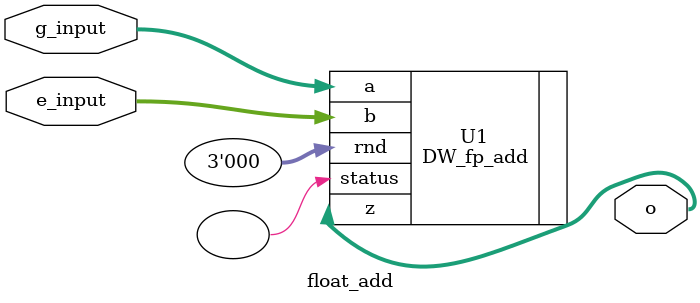
<source format=v>
`timescale 1ns / 1ps

module float_add(g_input, e_input, o);
  parameter sig_width = 23;
  parameter exp_width = 8;
  parameter ieee_compliance = 0;

  input  [sig_width+exp_width:0] g_input;
  input  [sig_width+exp_width:0] e_input;
  output [sig_width+exp_width:0] o;

  // Instance of DW_fp_add
  // more info: https://www.synopsys.com/dw/ipdir.php?c=DW_fp_add
  DW_fp_add
  #(
    sig_width,
    exp_width,
    ieee_compliance
  )
  U1
  (
    .a(g_input),
    .b(e_input),
    .rnd(3'b0), // rounding mode
    .z(o),
    .status()
  );

endmodule

</source>
